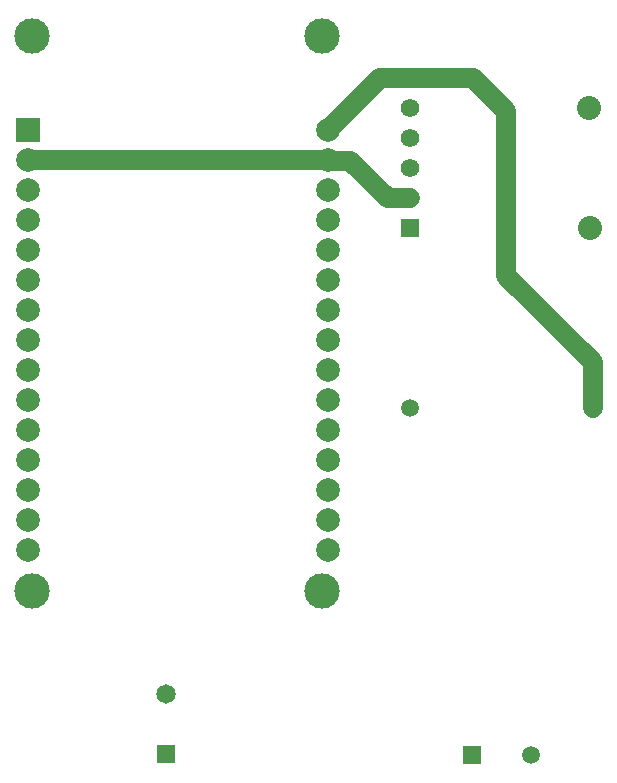
<source format=gbr>
%FSTAX23Y23*%
%MOIN*%
%SFA1B1*%

%IPPOS*%
%ADD10C,0.066929*%
%ADD12C,0.118110*%
%ADD13C,0.078740*%
%ADD14R,0.078740X0.078740*%
%ADD15C,0.080000*%
%ADD16R,0.062000X0.062000*%
%ADD17C,0.062000*%
%ADD18R,0.059370X0.059370*%
%ADD19C,0.059370*%
%ADD20R,0.064961X0.064961*%
%ADD21C,0.064961*%
G54D10*
X0244Y0318D02*
X02515D01*
X02242Y03303D02*
X02316D01*
X0244Y0318*
X0224Y03405D02*
X02414Y0358D01*
X02725D02*
X02834Y0347D01*
X02414Y0358D02*
X02725D01*
X02834Y0292D02*
Y0347D01*
X03123Y02478D02*
Y02631D01*
X02834Y0292D02*
X03123Y02631D01*
X0124Y03305D02*
X0224D01*
X02242Y03303*
G54D12*
X01256Y03719D03*
X02221D03*
Y0187D03*
X01256D03*
G54D13*
X0224Y02005D03*
Y02105D03*
Y02205D03*
Y02305D03*
Y02405D03*
Y02505D03*
Y02605D03*
Y02705D03*
Y02805D03*
Y02905D03*
Y03005D03*
Y03105D03*
Y03205D03*
Y03305D03*
Y03405D03*
X0124Y02005D03*
Y02105D03*
Y02205D03*
Y02305D03*
Y02405D03*
Y02505D03*
Y02605D03*
Y02705D03*
Y02805D03*
Y02905D03*
Y03005D03*
Y03105D03*
Y03205D03*
Y03305D03*
G54D14*
X0124Y03405D03*
G54D15*
X0311Y0348D03*
X03115Y0308D03*
G54D16*
X02515Y0308D03*
G54D17*
X02515Y0318D03*
Y0328D03*
Y0338D03*
Y0348D03*
G54D18*
X02721Y01321D03*
G54D19*
X02918Y01321D03*
X02516Y02478D03*
X03123D03*
G54D20*
X017Y01325D03*
G54D21*
X017Y01525D03*
M02*
</source>
